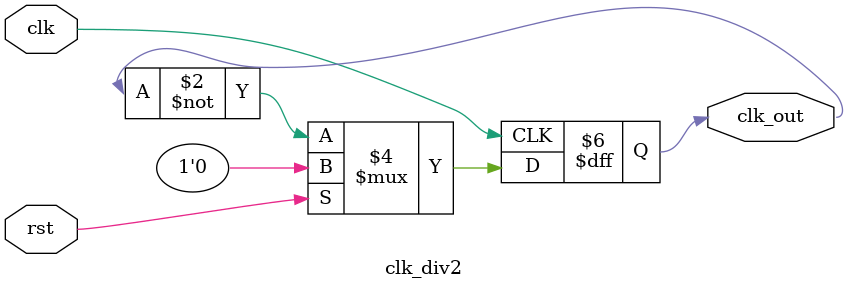
<source format=v>
`timescale 1ns / 1ps


module clk_div2(
    input clk,rst,
    output reg clk_out
    );
    always@(posedge clk)
        begin
            if(rst)
                clk_out <= 1'b0;
            else
                clk_out <= ~clk_out;
        end
endmodule

</source>
